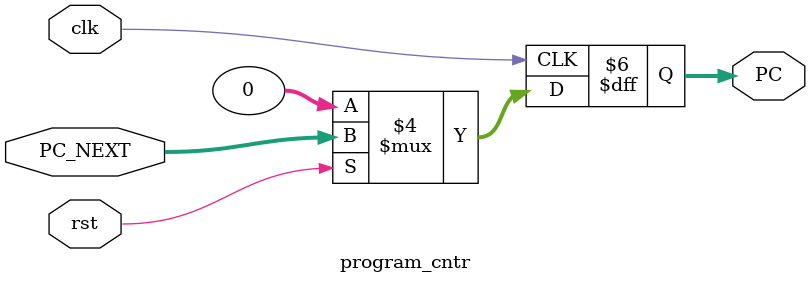
<source format=v>
module program_cntr(
	input rst, clk,
	input [31:0] PC_NEXT, // next instruction address 
	output reg [31:0] PC // current address
);


always @(posedge clk) begin 

if(!rst) begin 
	PC <= 32'h0000_0000;
end else begin 

	PC <= PC_NEXT;
end


end


endmodule

</source>
